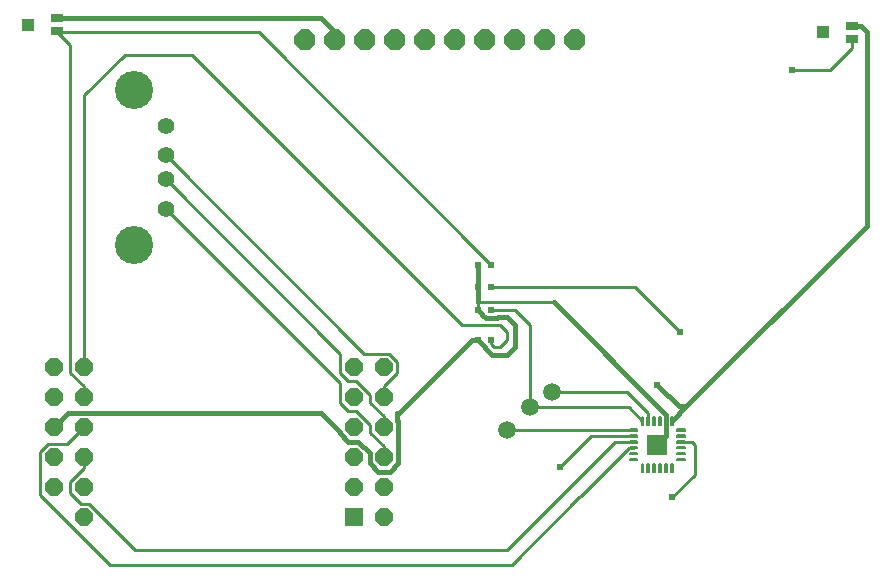
<source format=gbr>
G04 EAGLE Gerber RS-274X export*
G75*
%MOMM*%
%FSLAX34Y34*%
%LPD*%
%INBottom Copper*%
%IPPOS*%
%AMOC8*
5,1,8,0,0,1.08239X$1,22.5*%
G01*
%ADD10C,0.140000*%
%ADD11R,1.778000X1.778000*%
%ADD12R,0.609600X0.508000*%
%ADD13C,1.500000*%
%ADD14P,1.924489X8X112.500000*%
%ADD15R,1.100000X0.800000*%
%ADD16R,1.100000X1.000000*%
%ADD17P,1.649562X8X112.500000*%
%ADD18R,1.524000X1.524000*%
%ADD19C,1.400000*%
%ADD20C,3.220000*%
%ADD21C,0.381000*%
%ADD22C,0.254000*%
%ADD23C,0.609600*%


D10*
X582100Y145150D02*
X575500Y145150D01*
X575500Y146550D01*
X582100Y146550D01*
X582100Y145150D01*
X582100Y146480D02*
X575500Y146480D01*
X575500Y140150D02*
X582100Y140150D01*
X575500Y140150D02*
X575500Y141550D01*
X582100Y141550D01*
X582100Y140150D01*
X582100Y141480D02*
X575500Y141480D01*
X575500Y135150D02*
X582100Y135150D01*
X575500Y135150D02*
X575500Y136550D01*
X582100Y136550D01*
X582100Y135150D01*
X582100Y136480D02*
X575500Y136480D01*
X575500Y130150D02*
X582100Y130150D01*
X575500Y130150D02*
X575500Y131550D01*
X582100Y131550D01*
X582100Y130150D01*
X582100Y131480D02*
X575500Y131480D01*
X575500Y125150D02*
X582100Y125150D01*
X575500Y125150D02*
X575500Y126550D01*
X582100Y126550D01*
X582100Y125150D01*
X582100Y126480D02*
X575500Y126480D01*
X575500Y120150D02*
X582100Y120150D01*
X575500Y120150D02*
X575500Y121550D01*
X582100Y121550D01*
X582100Y120150D01*
X582100Y121480D02*
X575500Y121480D01*
X572000Y116650D02*
X572000Y110050D01*
X570600Y110050D01*
X570600Y116650D01*
X572000Y116650D01*
X572000Y111380D02*
X570600Y111380D01*
X570600Y112710D02*
X572000Y112710D01*
X572000Y114040D02*
X570600Y114040D01*
X570600Y115370D02*
X572000Y115370D01*
X567000Y116650D02*
X567000Y110050D01*
X565600Y110050D01*
X565600Y116650D01*
X567000Y116650D01*
X567000Y111380D02*
X565600Y111380D01*
X565600Y112710D02*
X567000Y112710D01*
X567000Y114040D02*
X565600Y114040D01*
X565600Y115370D02*
X567000Y115370D01*
X562000Y116650D02*
X562000Y110050D01*
X560600Y110050D01*
X560600Y116650D01*
X562000Y116650D01*
X562000Y111380D02*
X560600Y111380D01*
X560600Y112710D02*
X562000Y112710D01*
X562000Y114040D02*
X560600Y114040D01*
X560600Y115370D02*
X562000Y115370D01*
X557000Y116650D02*
X557000Y110050D01*
X555600Y110050D01*
X555600Y116650D01*
X557000Y116650D01*
X557000Y111380D02*
X555600Y111380D01*
X555600Y112710D02*
X557000Y112710D01*
X557000Y114040D02*
X555600Y114040D01*
X555600Y115370D02*
X557000Y115370D01*
X552000Y116650D02*
X552000Y110050D01*
X550600Y110050D01*
X550600Y116650D01*
X552000Y116650D01*
X552000Y111380D02*
X550600Y111380D01*
X550600Y112710D02*
X552000Y112710D01*
X552000Y114040D02*
X550600Y114040D01*
X550600Y115370D02*
X552000Y115370D01*
X547000Y116650D02*
X547000Y110050D01*
X545600Y110050D01*
X545600Y116650D01*
X547000Y116650D01*
X547000Y111380D02*
X545600Y111380D01*
X545600Y112710D02*
X547000Y112710D01*
X547000Y114040D02*
X545600Y114040D01*
X545600Y115370D02*
X547000Y115370D01*
X542100Y121550D02*
X535500Y121550D01*
X542100Y121550D02*
X542100Y120150D01*
X535500Y120150D01*
X535500Y121550D01*
X535500Y121480D02*
X542100Y121480D01*
X542100Y126550D02*
X535500Y126550D01*
X542100Y126550D02*
X542100Y125150D01*
X535500Y125150D01*
X535500Y126550D01*
X535500Y126480D02*
X542100Y126480D01*
X542100Y131550D02*
X535500Y131550D01*
X542100Y131550D02*
X542100Y130150D01*
X535500Y130150D01*
X535500Y131550D01*
X535500Y131480D02*
X542100Y131480D01*
X542100Y136550D02*
X535500Y136550D01*
X542100Y136550D02*
X542100Y135150D01*
X535500Y135150D01*
X535500Y136550D01*
X535500Y136480D02*
X542100Y136480D01*
X542100Y141550D02*
X535500Y141550D01*
X542100Y141550D02*
X542100Y140150D01*
X535500Y140150D01*
X535500Y141550D01*
X535500Y141480D02*
X542100Y141480D01*
X542100Y146550D02*
X535500Y146550D01*
X542100Y146550D02*
X542100Y145150D01*
X535500Y145150D01*
X535500Y146550D01*
X535500Y146480D02*
X542100Y146480D01*
X545600Y150050D02*
X545600Y156650D01*
X547000Y156650D01*
X547000Y150050D01*
X545600Y150050D01*
X545600Y151380D02*
X547000Y151380D01*
X547000Y152710D02*
X545600Y152710D01*
X545600Y154040D02*
X547000Y154040D01*
X547000Y155370D02*
X545600Y155370D01*
X550600Y156650D02*
X550600Y150050D01*
X550600Y156650D02*
X552000Y156650D01*
X552000Y150050D01*
X550600Y150050D01*
X550600Y151380D02*
X552000Y151380D01*
X552000Y152710D02*
X550600Y152710D01*
X550600Y154040D02*
X552000Y154040D01*
X552000Y155370D02*
X550600Y155370D01*
X555600Y156650D02*
X555600Y150050D01*
X555600Y156650D02*
X557000Y156650D01*
X557000Y150050D01*
X555600Y150050D01*
X555600Y151380D02*
X557000Y151380D01*
X557000Y152710D02*
X555600Y152710D01*
X555600Y154040D02*
X557000Y154040D01*
X557000Y155370D02*
X555600Y155370D01*
X560600Y156650D02*
X560600Y150050D01*
X560600Y156650D02*
X562000Y156650D01*
X562000Y150050D01*
X560600Y150050D01*
X560600Y151380D02*
X562000Y151380D01*
X562000Y152710D02*
X560600Y152710D01*
X560600Y154040D02*
X562000Y154040D01*
X562000Y155370D02*
X560600Y155370D01*
X565600Y156650D02*
X565600Y150050D01*
X565600Y156650D02*
X567000Y156650D01*
X567000Y150050D01*
X565600Y150050D01*
X565600Y151380D02*
X567000Y151380D01*
X567000Y152710D02*
X565600Y152710D01*
X565600Y154040D02*
X567000Y154040D01*
X567000Y155370D02*
X565600Y155370D01*
X570600Y156650D02*
X570600Y150050D01*
X570600Y156650D02*
X572000Y156650D01*
X572000Y150050D01*
X570600Y150050D01*
X570600Y151380D02*
X572000Y151380D01*
X572000Y152710D02*
X570600Y152710D01*
X570600Y154040D02*
X572000Y154040D01*
X572000Y155370D02*
X570600Y155370D01*
D11*
X558800Y133350D03*
D12*
X407162Y285750D03*
X418338Y285750D03*
X407162Y266700D03*
X418338Y266700D03*
X407162Y247650D03*
X418338Y247650D03*
X407162Y222250D03*
X418338Y222250D03*
D13*
X450850Y165100D03*
X469900Y177800D03*
X431800Y146050D03*
D14*
X260350Y476250D03*
X285750Y476250D03*
X311150Y476250D03*
X336550Y476250D03*
X361950Y476250D03*
X387350Y476250D03*
X412750Y476250D03*
X438150Y476250D03*
X463550Y476250D03*
X488950Y476250D03*
D15*
X50350Y494450D03*
X50350Y483450D03*
D16*
X25850Y488950D03*
D15*
X723450Y488100D03*
X723450Y477100D03*
D16*
X698950Y482600D03*
D17*
X73400Y71800D03*
X48000Y97200D03*
X73400Y97200D03*
X48000Y122600D03*
X73400Y122600D03*
X48000Y148000D03*
X73400Y148000D03*
X48000Y173400D03*
X73400Y173400D03*
X48000Y198800D03*
X73400Y198800D03*
D18*
X302000Y71800D03*
D17*
X327400Y71800D03*
X302000Y97200D03*
X327400Y97200D03*
X302000Y122600D03*
X327400Y122600D03*
X302000Y148000D03*
X327400Y148000D03*
X302000Y173400D03*
X327400Y173400D03*
X302000Y198800D03*
X327400Y198800D03*
D19*
X142600Y333300D03*
X142600Y358300D03*
X142600Y378300D03*
X142600Y403300D03*
D20*
X115499Y302600D03*
X115499Y434000D03*
D21*
X407162Y285750D02*
X407162Y266700D01*
X407162Y254000D01*
D22*
X407162Y247650D01*
X407162Y222250D02*
X406781Y221869D01*
D21*
X471028Y254000D02*
X566300Y158728D01*
X566300Y153350D01*
X566300Y140850D01*
X558800Y133350D01*
D22*
X471028Y254000D02*
X407162Y254000D01*
D21*
X406781Y221869D02*
X419100Y209550D01*
X297003Y135935D02*
X289935Y143003D01*
X315335Y117603D02*
X322403Y110535D01*
X332398Y110535D01*
X339465Y117603D01*
X305728Y135935D02*
X297003Y135935D01*
X305728Y135935D02*
X315335Y126328D01*
X315335Y117603D01*
X339465Y152998D02*
X338830Y153633D01*
X338830Y158750D02*
X338830Y160268D01*
X338830Y158750D02*
X338830Y153633D01*
X339465Y152998D02*
X339465Y117603D01*
X60065Y160065D02*
X48000Y148000D01*
X60065Y160065D02*
X273771Y160065D01*
X289935Y143901D01*
X289935Y143003D01*
X438150Y215900D02*
X438150Y234950D01*
X438150Y215900D02*
X431800Y209550D01*
X419100Y209550D01*
X402330Y222250D02*
X338830Y158750D01*
X402330Y222250D02*
X407162Y222250D01*
X410845Y243967D02*
X407162Y247650D01*
X410845Y243967D02*
X410845Y243269D01*
X413449Y240665D01*
X423227Y240665D01*
X423862Y241300D01*
X431800Y241300D01*
X438150Y234950D01*
D22*
X469900Y177800D02*
X533400Y177800D01*
X551300Y159900D02*
X551300Y153350D01*
X551300Y159900D02*
X533400Y177800D01*
X534550Y165100D02*
X546300Y153350D01*
X534550Y165100D02*
X450850Y165100D01*
X450850Y234950D02*
X438150Y247650D01*
X418338Y247650D01*
X450850Y234950D02*
X450850Y165100D01*
X431800Y146050D02*
X538600Y146050D01*
X538800Y145850D01*
D23*
X571500Y88900D03*
D22*
X590550Y107950D01*
X590550Y133350D01*
X588050Y135850D01*
X578800Y135850D01*
D23*
X476250Y114300D03*
D22*
X502800Y140850D01*
X538800Y140850D01*
D23*
X577850Y228600D03*
D22*
X539750Y266700D02*
X418338Y266700D01*
X539750Y266700D02*
X577850Y228600D01*
X297266Y187370D02*
X290570Y194066D01*
X290570Y210330D02*
X142600Y358300D01*
X327400Y157236D02*
X327400Y148000D01*
X290570Y194066D02*
X290570Y210330D01*
X315970Y168666D02*
X327400Y157236D01*
X304195Y187370D02*
X297266Y187370D01*
X304195Y187370D02*
X315970Y175595D01*
X315970Y168666D01*
X338830Y194066D02*
X338830Y203535D01*
X332135Y210230D01*
X327400Y182636D02*
X327400Y173400D01*
X327400Y182636D02*
X338830Y194066D01*
X310670Y210230D02*
X142600Y378300D01*
X310670Y210230D02*
X332135Y210230D01*
X290570Y168666D02*
X297266Y161970D01*
X290570Y185330D02*
X142600Y333300D01*
X327400Y131836D02*
X327400Y122600D01*
X290570Y168666D02*
X290570Y185330D01*
X315970Y143266D02*
X327400Y131836D01*
X304195Y161970D02*
X297266Y161970D01*
X304195Y161970D02*
X315970Y150195D01*
X315970Y143266D01*
X50350Y482600D02*
X50350Y483450D01*
X221488Y482600D02*
X418338Y285750D01*
X221488Y482600D02*
X50800Y482600D01*
X50350Y482600D01*
X73400Y182636D02*
X73400Y173400D01*
X73400Y182636D02*
X61970Y194066D01*
X61970Y471430D02*
X50800Y482600D01*
X61970Y471430D02*
X61970Y194066D01*
X73400Y198800D02*
X73400Y429000D01*
X107950Y463550D01*
D23*
X673100Y450850D03*
D22*
X704850Y450850D01*
X723450Y469450D01*
X723450Y477100D01*
X425450Y215900D02*
X420832Y215900D01*
X418338Y218394D02*
X418338Y222250D01*
X418338Y218394D02*
X420832Y215900D01*
X425450Y215900D02*
X431800Y222250D01*
X431800Y228600D01*
X425450Y234950D01*
X393700Y234950D01*
X165100Y463550D02*
X107950Y463550D01*
X165100Y463550D02*
X393700Y234950D01*
X61970Y101935D02*
X61970Y92466D01*
X73400Y113365D02*
X73400Y122600D01*
X73400Y113365D02*
X61970Y101935D01*
X71206Y83230D02*
X78135Y83230D01*
X116915Y44450D02*
X431800Y44450D01*
X116915Y44450D02*
X78135Y83230D01*
X71206Y83230D02*
X61970Y92466D01*
X431800Y44450D02*
X523120Y135770D01*
X538720Y135770D02*
X538800Y135850D01*
X538720Y135770D02*
X523120Y135770D01*
X534840Y130850D02*
X538800Y130850D01*
X534840Y130850D02*
X494095Y90105D01*
X492890Y88900D01*
X73400Y148000D02*
X59430Y134030D01*
X43266Y134030D01*
X36570Y127335D02*
X36570Y90430D01*
X95250Y31750D01*
X435740Y31750D01*
X492890Y88900D01*
X43266Y134030D02*
X36570Y127335D01*
D21*
X50350Y494450D02*
X273900Y494450D01*
X285750Y482600D01*
X285750Y476250D01*
D22*
X571300Y153350D02*
X571510Y153350D01*
D21*
X571300Y153350D02*
X583625Y165675D01*
X736600Y318650D01*
X736600Y482600D01*
X731100Y488100D01*
X723450Y488100D01*
D23*
X558800Y184150D03*
D21*
X577275Y165675D02*
X583625Y165675D01*
X577275Y165675D02*
X558800Y184150D01*
M02*

</source>
